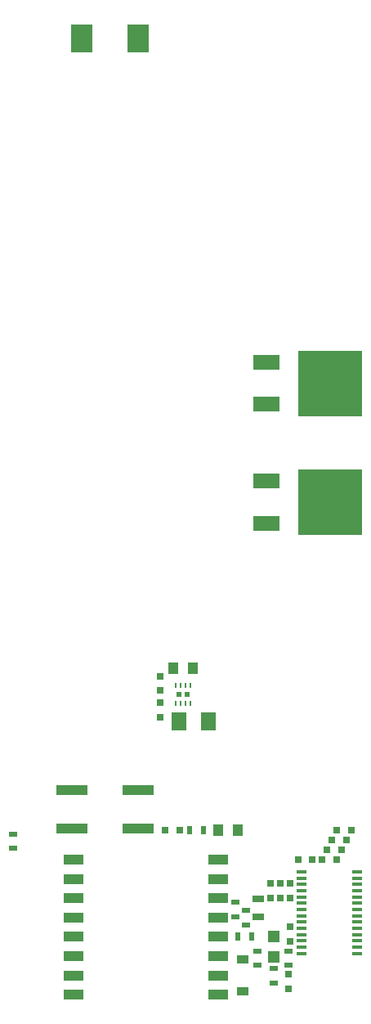
<source format=gtp>
G04 #@! TF.FileFunction,Paste,Top*
%FSLAX46Y46*%
G04 Gerber Fmt 4.6, Leading zero omitted, Abs format (unit mm)*
G04 Created by KiCad (PCBNEW 4.0.5+dfsg1-4) date Mon Feb 20 16:27:22 2017*
%MOMM*%
%LPD*%
G01*
G04 APERTURE LIST*
%ADD10C,0.150000*%
%ADD11R,0.280000X0.500000*%
%ADD12R,0.480000X0.540000*%
%ADD13R,1.000000X1.250000*%
%ADD14R,1.220000X0.910000*%
%ADD15R,2.200000X3.000000*%
%ADD16R,1.501140X1.899920*%
%ADD17R,2.780000X1.550000*%
%ADD18R,6.730000X6.740000*%
%ADD19R,3.200000X1.000000*%
%ADD20R,0.800000X0.750000*%
%ADD21R,0.750000X0.800000*%
%ADD22R,1.198880X1.198880*%
%ADD23R,0.500000X0.900000*%
%ADD24R,0.900000X0.500000*%
%ADD25R,1.100000X0.400000*%
%ADD26R,2.000000X1.000000*%
%ADD27R,1.300000X0.700000*%
G04 APERTURE END LIST*
D10*
D11*
X70850000Y58000000D03*
X70350000Y58000000D03*
X69850000Y58000000D03*
X69350000Y58000000D03*
X69350000Y56200000D03*
X69850000Y56200000D03*
X70350000Y56200000D03*
X70850000Y56200000D03*
D12*
X69700000Y57100000D03*
X70500000Y57100000D03*
D13*
X73750000Y43000000D03*
X75750000Y43000000D03*
D14*
X76250000Y29635000D03*
X76250000Y26365000D03*
D13*
X71100000Y59800000D03*
X69100000Y59800000D03*
D15*
X59600000Y125000000D03*
X65400000Y125000000D03*
D16*
X69676000Y54300000D03*
X72724000Y54300000D03*
D17*
X78700000Y87120000D03*
D18*
X85335000Y89300000D03*
D17*
X78700000Y91480000D03*
D19*
X65400000Y47200000D03*
X58600000Y47200000D03*
X58600000Y43200000D03*
X65400000Y43200000D03*
D17*
X78700000Y74820000D03*
D18*
X85335000Y77000000D03*
D17*
X78700000Y79180000D03*
D20*
X87000000Y42000000D03*
X85500000Y42000000D03*
X86500000Y41000000D03*
X85000000Y41000000D03*
X86000000Y40000000D03*
X84500000Y40000000D03*
X69750000Y43000000D03*
X68250000Y43000000D03*
D21*
X81000000Y26650000D03*
X81000000Y28150000D03*
X81200000Y31550000D03*
X81200000Y33050000D03*
X79200000Y37550000D03*
X79200000Y36050000D03*
X81200000Y37550000D03*
X81200000Y36050000D03*
X80200000Y37550000D03*
X80200000Y36050000D03*
D20*
X82000000Y40000000D03*
X83500000Y40000000D03*
X87500000Y43000000D03*
X86000000Y43000000D03*
D22*
X79500000Y29950980D03*
X79500000Y32049020D03*
D23*
X72250000Y43000000D03*
X70750000Y43000000D03*
D24*
X76600000Y33250000D03*
X76600000Y34750000D03*
X52500000Y41150000D03*
X52500000Y42650000D03*
X75500000Y34050000D03*
X75500000Y35550000D03*
D23*
X75750000Y32000000D03*
X77250000Y32000000D03*
D24*
X81000000Y30550000D03*
X81000000Y29050000D03*
X79500000Y27250000D03*
X79500000Y28750000D03*
D25*
X88100000Y30275000D03*
X88100000Y30925000D03*
X88100000Y31575000D03*
X88100000Y32225000D03*
X88100000Y32875000D03*
X88100000Y33525000D03*
X88100000Y34175000D03*
X88100000Y34825000D03*
X88100000Y35475000D03*
X88100000Y36125000D03*
X88100000Y36775000D03*
X88100000Y37425000D03*
X88100000Y38075000D03*
X88100000Y38725000D03*
X82400000Y38725000D03*
X82400000Y38075000D03*
X82400000Y37425000D03*
X82400000Y36775000D03*
X82400000Y36125000D03*
X82400000Y35475000D03*
X82400000Y34825000D03*
X82400000Y34175000D03*
X82400000Y33525000D03*
X82400000Y32875000D03*
X82400000Y32225000D03*
X82400000Y31575000D03*
X82400000Y30925000D03*
X82400000Y30275000D03*
D26*
X73750000Y26000000D03*
X73750000Y28000000D03*
X73750000Y30000000D03*
X73750000Y32000000D03*
X73750000Y34000000D03*
X73750000Y36000000D03*
X73750000Y38000000D03*
X73750000Y40000000D03*
X58750000Y40000000D03*
X58750000Y38000000D03*
X58750000Y36000000D03*
X58750000Y34000000D03*
X58750000Y32000000D03*
X58750000Y30000000D03*
X58750000Y28000000D03*
X58750000Y26000000D03*
D21*
X67750000Y54750000D03*
X67750000Y56250000D03*
X67750000Y57500000D03*
X67750000Y59000000D03*
D27*
X77900000Y35950000D03*
X77900000Y34050000D03*
D24*
X77800000Y30550000D03*
X77800000Y29050000D03*
M02*

</source>
